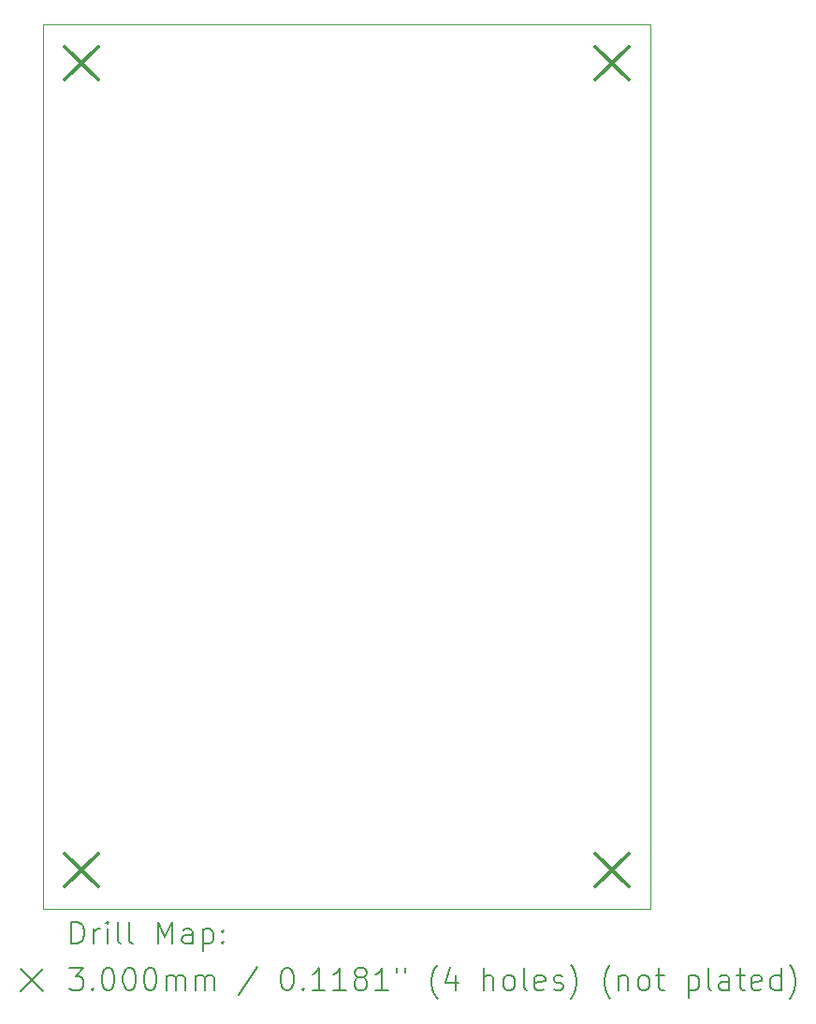
<source format=gbr>
%TF.GenerationSoftware,KiCad,Pcbnew,8.0.5*%
%TF.CreationDate,2025-05-01T20:48:10-04:00*%
%TF.ProjectId,CanSat_Camera_Board,43616e53-6174-45f4-9361-6d6572615f42,rev?*%
%TF.SameCoordinates,Original*%
%TF.FileFunction,Drillmap*%
%TF.FilePolarity,Positive*%
%FSLAX45Y45*%
G04 Gerber Fmt 4.5, Leading zero omitted, Abs format (unit mm)*
G04 Created by KiCad (PCBNEW 8.0.5) date 2025-05-01 20:48:10*
%MOMM*%
%LPD*%
G01*
G04 APERTURE LIST*
%ADD10C,0.050000*%
%ADD11C,0.200000*%
%ADD12C,0.300000*%
G04 APERTURE END LIST*
D10*
X12250000Y-6000000D02*
X17750000Y-6000000D01*
X17750000Y-14000000D01*
X12250000Y-14000000D01*
X12250000Y-6000000D01*
D11*
D12*
X12450000Y-6200000D02*
X12750000Y-6500000D01*
X12750000Y-6200000D02*
X12450000Y-6500000D01*
X12450000Y-13500000D02*
X12750000Y-13800000D01*
X12750000Y-13500000D02*
X12450000Y-13800000D01*
X17250000Y-6200000D02*
X17550000Y-6500000D01*
X17550000Y-6200000D02*
X17250000Y-6500000D01*
X17250000Y-13500000D02*
X17550000Y-13800000D01*
X17550000Y-13500000D02*
X17250000Y-13800000D01*
D11*
X12508277Y-14313984D02*
X12508277Y-14113984D01*
X12508277Y-14113984D02*
X12555896Y-14113984D01*
X12555896Y-14113984D02*
X12584467Y-14123508D01*
X12584467Y-14123508D02*
X12603515Y-14142555D01*
X12603515Y-14142555D02*
X12613039Y-14161603D01*
X12613039Y-14161603D02*
X12622562Y-14199698D01*
X12622562Y-14199698D02*
X12622562Y-14228269D01*
X12622562Y-14228269D02*
X12613039Y-14266365D01*
X12613039Y-14266365D02*
X12603515Y-14285412D01*
X12603515Y-14285412D02*
X12584467Y-14304460D01*
X12584467Y-14304460D02*
X12555896Y-14313984D01*
X12555896Y-14313984D02*
X12508277Y-14313984D01*
X12708277Y-14313984D02*
X12708277Y-14180650D01*
X12708277Y-14218746D02*
X12717801Y-14199698D01*
X12717801Y-14199698D02*
X12727324Y-14190174D01*
X12727324Y-14190174D02*
X12746372Y-14180650D01*
X12746372Y-14180650D02*
X12765420Y-14180650D01*
X12832086Y-14313984D02*
X12832086Y-14180650D01*
X12832086Y-14113984D02*
X12822562Y-14123508D01*
X12822562Y-14123508D02*
X12832086Y-14133031D01*
X12832086Y-14133031D02*
X12841610Y-14123508D01*
X12841610Y-14123508D02*
X12832086Y-14113984D01*
X12832086Y-14113984D02*
X12832086Y-14133031D01*
X12955896Y-14313984D02*
X12936848Y-14304460D01*
X12936848Y-14304460D02*
X12927324Y-14285412D01*
X12927324Y-14285412D02*
X12927324Y-14113984D01*
X13060658Y-14313984D02*
X13041610Y-14304460D01*
X13041610Y-14304460D02*
X13032086Y-14285412D01*
X13032086Y-14285412D02*
X13032086Y-14113984D01*
X13289229Y-14313984D02*
X13289229Y-14113984D01*
X13289229Y-14113984D02*
X13355896Y-14256841D01*
X13355896Y-14256841D02*
X13422562Y-14113984D01*
X13422562Y-14113984D02*
X13422562Y-14313984D01*
X13603515Y-14313984D02*
X13603515Y-14209222D01*
X13603515Y-14209222D02*
X13593991Y-14190174D01*
X13593991Y-14190174D02*
X13574943Y-14180650D01*
X13574943Y-14180650D02*
X13536848Y-14180650D01*
X13536848Y-14180650D02*
X13517801Y-14190174D01*
X13603515Y-14304460D02*
X13584467Y-14313984D01*
X13584467Y-14313984D02*
X13536848Y-14313984D01*
X13536848Y-14313984D02*
X13517801Y-14304460D01*
X13517801Y-14304460D02*
X13508277Y-14285412D01*
X13508277Y-14285412D02*
X13508277Y-14266365D01*
X13508277Y-14266365D02*
X13517801Y-14247317D01*
X13517801Y-14247317D02*
X13536848Y-14237793D01*
X13536848Y-14237793D02*
X13584467Y-14237793D01*
X13584467Y-14237793D02*
X13603515Y-14228269D01*
X13698753Y-14180650D02*
X13698753Y-14380650D01*
X13698753Y-14190174D02*
X13717801Y-14180650D01*
X13717801Y-14180650D02*
X13755896Y-14180650D01*
X13755896Y-14180650D02*
X13774943Y-14190174D01*
X13774943Y-14190174D02*
X13784467Y-14199698D01*
X13784467Y-14199698D02*
X13793991Y-14218746D01*
X13793991Y-14218746D02*
X13793991Y-14275888D01*
X13793991Y-14275888D02*
X13784467Y-14294936D01*
X13784467Y-14294936D02*
X13774943Y-14304460D01*
X13774943Y-14304460D02*
X13755896Y-14313984D01*
X13755896Y-14313984D02*
X13717801Y-14313984D01*
X13717801Y-14313984D02*
X13698753Y-14304460D01*
X13879705Y-14294936D02*
X13889229Y-14304460D01*
X13889229Y-14304460D02*
X13879705Y-14313984D01*
X13879705Y-14313984D02*
X13870182Y-14304460D01*
X13870182Y-14304460D02*
X13879705Y-14294936D01*
X13879705Y-14294936D02*
X13879705Y-14313984D01*
X13879705Y-14190174D02*
X13889229Y-14199698D01*
X13889229Y-14199698D02*
X13879705Y-14209222D01*
X13879705Y-14209222D02*
X13870182Y-14199698D01*
X13870182Y-14199698D02*
X13879705Y-14190174D01*
X13879705Y-14190174D02*
X13879705Y-14209222D01*
X12047500Y-14542500D02*
X12247500Y-14742500D01*
X12247500Y-14542500D02*
X12047500Y-14742500D01*
X12489229Y-14533984D02*
X12613039Y-14533984D01*
X12613039Y-14533984D02*
X12546372Y-14610174D01*
X12546372Y-14610174D02*
X12574943Y-14610174D01*
X12574943Y-14610174D02*
X12593991Y-14619698D01*
X12593991Y-14619698D02*
X12603515Y-14629222D01*
X12603515Y-14629222D02*
X12613039Y-14648269D01*
X12613039Y-14648269D02*
X12613039Y-14695888D01*
X12613039Y-14695888D02*
X12603515Y-14714936D01*
X12603515Y-14714936D02*
X12593991Y-14724460D01*
X12593991Y-14724460D02*
X12574943Y-14733984D01*
X12574943Y-14733984D02*
X12517801Y-14733984D01*
X12517801Y-14733984D02*
X12498753Y-14724460D01*
X12498753Y-14724460D02*
X12489229Y-14714936D01*
X12698753Y-14714936D02*
X12708277Y-14724460D01*
X12708277Y-14724460D02*
X12698753Y-14733984D01*
X12698753Y-14733984D02*
X12689229Y-14724460D01*
X12689229Y-14724460D02*
X12698753Y-14714936D01*
X12698753Y-14714936D02*
X12698753Y-14733984D01*
X12832086Y-14533984D02*
X12851134Y-14533984D01*
X12851134Y-14533984D02*
X12870182Y-14543508D01*
X12870182Y-14543508D02*
X12879705Y-14553031D01*
X12879705Y-14553031D02*
X12889229Y-14572079D01*
X12889229Y-14572079D02*
X12898753Y-14610174D01*
X12898753Y-14610174D02*
X12898753Y-14657793D01*
X12898753Y-14657793D02*
X12889229Y-14695888D01*
X12889229Y-14695888D02*
X12879705Y-14714936D01*
X12879705Y-14714936D02*
X12870182Y-14724460D01*
X12870182Y-14724460D02*
X12851134Y-14733984D01*
X12851134Y-14733984D02*
X12832086Y-14733984D01*
X12832086Y-14733984D02*
X12813039Y-14724460D01*
X12813039Y-14724460D02*
X12803515Y-14714936D01*
X12803515Y-14714936D02*
X12793991Y-14695888D01*
X12793991Y-14695888D02*
X12784467Y-14657793D01*
X12784467Y-14657793D02*
X12784467Y-14610174D01*
X12784467Y-14610174D02*
X12793991Y-14572079D01*
X12793991Y-14572079D02*
X12803515Y-14553031D01*
X12803515Y-14553031D02*
X12813039Y-14543508D01*
X12813039Y-14543508D02*
X12832086Y-14533984D01*
X13022562Y-14533984D02*
X13041610Y-14533984D01*
X13041610Y-14533984D02*
X13060658Y-14543508D01*
X13060658Y-14543508D02*
X13070182Y-14553031D01*
X13070182Y-14553031D02*
X13079705Y-14572079D01*
X13079705Y-14572079D02*
X13089229Y-14610174D01*
X13089229Y-14610174D02*
X13089229Y-14657793D01*
X13089229Y-14657793D02*
X13079705Y-14695888D01*
X13079705Y-14695888D02*
X13070182Y-14714936D01*
X13070182Y-14714936D02*
X13060658Y-14724460D01*
X13060658Y-14724460D02*
X13041610Y-14733984D01*
X13041610Y-14733984D02*
X13022562Y-14733984D01*
X13022562Y-14733984D02*
X13003515Y-14724460D01*
X13003515Y-14724460D02*
X12993991Y-14714936D01*
X12993991Y-14714936D02*
X12984467Y-14695888D01*
X12984467Y-14695888D02*
X12974943Y-14657793D01*
X12974943Y-14657793D02*
X12974943Y-14610174D01*
X12974943Y-14610174D02*
X12984467Y-14572079D01*
X12984467Y-14572079D02*
X12993991Y-14553031D01*
X12993991Y-14553031D02*
X13003515Y-14543508D01*
X13003515Y-14543508D02*
X13022562Y-14533984D01*
X13213039Y-14533984D02*
X13232086Y-14533984D01*
X13232086Y-14533984D02*
X13251134Y-14543508D01*
X13251134Y-14543508D02*
X13260658Y-14553031D01*
X13260658Y-14553031D02*
X13270182Y-14572079D01*
X13270182Y-14572079D02*
X13279705Y-14610174D01*
X13279705Y-14610174D02*
X13279705Y-14657793D01*
X13279705Y-14657793D02*
X13270182Y-14695888D01*
X13270182Y-14695888D02*
X13260658Y-14714936D01*
X13260658Y-14714936D02*
X13251134Y-14724460D01*
X13251134Y-14724460D02*
X13232086Y-14733984D01*
X13232086Y-14733984D02*
X13213039Y-14733984D01*
X13213039Y-14733984D02*
X13193991Y-14724460D01*
X13193991Y-14724460D02*
X13184467Y-14714936D01*
X13184467Y-14714936D02*
X13174943Y-14695888D01*
X13174943Y-14695888D02*
X13165420Y-14657793D01*
X13165420Y-14657793D02*
X13165420Y-14610174D01*
X13165420Y-14610174D02*
X13174943Y-14572079D01*
X13174943Y-14572079D02*
X13184467Y-14553031D01*
X13184467Y-14553031D02*
X13193991Y-14543508D01*
X13193991Y-14543508D02*
X13213039Y-14533984D01*
X13365420Y-14733984D02*
X13365420Y-14600650D01*
X13365420Y-14619698D02*
X13374943Y-14610174D01*
X13374943Y-14610174D02*
X13393991Y-14600650D01*
X13393991Y-14600650D02*
X13422563Y-14600650D01*
X13422563Y-14600650D02*
X13441610Y-14610174D01*
X13441610Y-14610174D02*
X13451134Y-14629222D01*
X13451134Y-14629222D02*
X13451134Y-14733984D01*
X13451134Y-14629222D02*
X13460658Y-14610174D01*
X13460658Y-14610174D02*
X13479705Y-14600650D01*
X13479705Y-14600650D02*
X13508277Y-14600650D01*
X13508277Y-14600650D02*
X13527324Y-14610174D01*
X13527324Y-14610174D02*
X13536848Y-14629222D01*
X13536848Y-14629222D02*
X13536848Y-14733984D01*
X13632086Y-14733984D02*
X13632086Y-14600650D01*
X13632086Y-14619698D02*
X13641610Y-14610174D01*
X13641610Y-14610174D02*
X13660658Y-14600650D01*
X13660658Y-14600650D02*
X13689229Y-14600650D01*
X13689229Y-14600650D02*
X13708277Y-14610174D01*
X13708277Y-14610174D02*
X13717801Y-14629222D01*
X13717801Y-14629222D02*
X13717801Y-14733984D01*
X13717801Y-14629222D02*
X13727324Y-14610174D01*
X13727324Y-14610174D02*
X13746372Y-14600650D01*
X13746372Y-14600650D02*
X13774943Y-14600650D01*
X13774943Y-14600650D02*
X13793991Y-14610174D01*
X13793991Y-14610174D02*
X13803515Y-14629222D01*
X13803515Y-14629222D02*
X13803515Y-14733984D01*
X14193991Y-14524460D02*
X14022563Y-14781603D01*
X14451134Y-14533984D02*
X14470182Y-14533984D01*
X14470182Y-14533984D02*
X14489229Y-14543508D01*
X14489229Y-14543508D02*
X14498753Y-14553031D01*
X14498753Y-14553031D02*
X14508277Y-14572079D01*
X14508277Y-14572079D02*
X14517801Y-14610174D01*
X14517801Y-14610174D02*
X14517801Y-14657793D01*
X14517801Y-14657793D02*
X14508277Y-14695888D01*
X14508277Y-14695888D02*
X14498753Y-14714936D01*
X14498753Y-14714936D02*
X14489229Y-14724460D01*
X14489229Y-14724460D02*
X14470182Y-14733984D01*
X14470182Y-14733984D02*
X14451134Y-14733984D01*
X14451134Y-14733984D02*
X14432086Y-14724460D01*
X14432086Y-14724460D02*
X14422563Y-14714936D01*
X14422563Y-14714936D02*
X14413039Y-14695888D01*
X14413039Y-14695888D02*
X14403515Y-14657793D01*
X14403515Y-14657793D02*
X14403515Y-14610174D01*
X14403515Y-14610174D02*
X14413039Y-14572079D01*
X14413039Y-14572079D02*
X14422563Y-14553031D01*
X14422563Y-14553031D02*
X14432086Y-14543508D01*
X14432086Y-14543508D02*
X14451134Y-14533984D01*
X14603515Y-14714936D02*
X14613039Y-14724460D01*
X14613039Y-14724460D02*
X14603515Y-14733984D01*
X14603515Y-14733984D02*
X14593991Y-14724460D01*
X14593991Y-14724460D02*
X14603515Y-14714936D01*
X14603515Y-14714936D02*
X14603515Y-14733984D01*
X14803515Y-14733984D02*
X14689229Y-14733984D01*
X14746372Y-14733984D02*
X14746372Y-14533984D01*
X14746372Y-14533984D02*
X14727325Y-14562555D01*
X14727325Y-14562555D02*
X14708277Y-14581603D01*
X14708277Y-14581603D02*
X14689229Y-14591127D01*
X14993991Y-14733984D02*
X14879706Y-14733984D01*
X14936848Y-14733984D02*
X14936848Y-14533984D01*
X14936848Y-14533984D02*
X14917801Y-14562555D01*
X14917801Y-14562555D02*
X14898753Y-14581603D01*
X14898753Y-14581603D02*
X14879706Y-14591127D01*
X15108277Y-14619698D02*
X15089229Y-14610174D01*
X15089229Y-14610174D02*
X15079706Y-14600650D01*
X15079706Y-14600650D02*
X15070182Y-14581603D01*
X15070182Y-14581603D02*
X15070182Y-14572079D01*
X15070182Y-14572079D02*
X15079706Y-14553031D01*
X15079706Y-14553031D02*
X15089229Y-14543508D01*
X15089229Y-14543508D02*
X15108277Y-14533984D01*
X15108277Y-14533984D02*
X15146372Y-14533984D01*
X15146372Y-14533984D02*
X15165420Y-14543508D01*
X15165420Y-14543508D02*
X15174944Y-14553031D01*
X15174944Y-14553031D02*
X15184467Y-14572079D01*
X15184467Y-14572079D02*
X15184467Y-14581603D01*
X15184467Y-14581603D02*
X15174944Y-14600650D01*
X15174944Y-14600650D02*
X15165420Y-14610174D01*
X15165420Y-14610174D02*
X15146372Y-14619698D01*
X15146372Y-14619698D02*
X15108277Y-14619698D01*
X15108277Y-14619698D02*
X15089229Y-14629222D01*
X15089229Y-14629222D02*
X15079706Y-14638746D01*
X15079706Y-14638746D02*
X15070182Y-14657793D01*
X15070182Y-14657793D02*
X15070182Y-14695888D01*
X15070182Y-14695888D02*
X15079706Y-14714936D01*
X15079706Y-14714936D02*
X15089229Y-14724460D01*
X15089229Y-14724460D02*
X15108277Y-14733984D01*
X15108277Y-14733984D02*
X15146372Y-14733984D01*
X15146372Y-14733984D02*
X15165420Y-14724460D01*
X15165420Y-14724460D02*
X15174944Y-14714936D01*
X15174944Y-14714936D02*
X15184467Y-14695888D01*
X15184467Y-14695888D02*
X15184467Y-14657793D01*
X15184467Y-14657793D02*
X15174944Y-14638746D01*
X15174944Y-14638746D02*
X15165420Y-14629222D01*
X15165420Y-14629222D02*
X15146372Y-14619698D01*
X15374944Y-14733984D02*
X15260658Y-14733984D01*
X15317801Y-14733984D02*
X15317801Y-14533984D01*
X15317801Y-14533984D02*
X15298753Y-14562555D01*
X15298753Y-14562555D02*
X15279706Y-14581603D01*
X15279706Y-14581603D02*
X15260658Y-14591127D01*
X15451134Y-14533984D02*
X15451134Y-14572079D01*
X15527325Y-14533984D02*
X15527325Y-14572079D01*
X15822563Y-14810174D02*
X15813039Y-14800650D01*
X15813039Y-14800650D02*
X15793991Y-14772079D01*
X15793991Y-14772079D02*
X15784468Y-14753031D01*
X15784468Y-14753031D02*
X15774944Y-14724460D01*
X15774944Y-14724460D02*
X15765420Y-14676841D01*
X15765420Y-14676841D02*
X15765420Y-14638746D01*
X15765420Y-14638746D02*
X15774944Y-14591127D01*
X15774944Y-14591127D02*
X15784468Y-14562555D01*
X15784468Y-14562555D02*
X15793991Y-14543508D01*
X15793991Y-14543508D02*
X15813039Y-14514936D01*
X15813039Y-14514936D02*
X15822563Y-14505412D01*
X15984468Y-14600650D02*
X15984468Y-14733984D01*
X15936848Y-14524460D02*
X15889229Y-14667317D01*
X15889229Y-14667317D02*
X16013039Y-14667317D01*
X16241610Y-14733984D02*
X16241610Y-14533984D01*
X16327325Y-14733984D02*
X16327325Y-14629222D01*
X16327325Y-14629222D02*
X16317801Y-14610174D01*
X16317801Y-14610174D02*
X16298753Y-14600650D01*
X16298753Y-14600650D02*
X16270182Y-14600650D01*
X16270182Y-14600650D02*
X16251134Y-14610174D01*
X16251134Y-14610174D02*
X16241610Y-14619698D01*
X16451134Y-14733984D02*
X16432087Y-14724460D01*
X16432087Y-14724460D02*
X16422563Y-14714936D01*
X16422563Y-14714936D02*
X16413039Y-14695888D01*
X16413039Y-14695888D02*
X16413039Y-14638746D01*
X16413039Y-14638746D02*
X16422563Y-14619698D01*
X16422563Y-14619698D02*
X16432087Y-14610174D01*
X16432087Y-14610174D02*
X16451134Y-14600650D01*
X16451134Y-14600650D02*
X16479706Y-14600650D01*
X16479706Y-14600650D02*
X16498753Y-14610174D01*
X16498753Y-14610174D02*
X16508277Y-14619698D01*
X16508277Y-14619698D02*
X16517801Y-14638746D01*
X16517801Y-14638746D02*
X16517801Y-14695888D01*
X16517801Y-14695888D02*
X16508277Y-14714936D01*
X16508277Y-14714936D02*
X16498753Y-14724460D01*
X16498753Y-14724460D02*
X16479706Y-14733984D01*
X16479706Y-14733984D02*
X16451134Y-14733984D01*
X16632087Y-14733984D02*
X16613039Y-14724460D01*
X16613039Y-14724460D02*
X16603515Y-14705412D01*
X16603515Y-14705412D02*
X16603515Y-14533984D01*
X16784468Y-14724460D02*
X16765420Y-14733984D01*
X16765420Y-14733984D02*
X16727325Y-14733984D01*
X16727325Y-14733984D02*
X16708277Y-14724460D01*
X16708277Y-14724460D02*
X16698753Y-14705412D01*
X16698753Y-14705412D02*
X16698753Y-14629222D01*
X16698753Y-14629222D02*
X16708277Y-14610174D01*
X16708277Y-14610174D02*
X16727325Y-14600650D01*
X16727325Y-14600650D02*
X16765420Y-14600650D01*
X16765420Y-14600650D02*
X16784468Y-14610174D01*
X16784468Y-14610174D02*
X16793992Y-14629222D01*
X16793992Y-14629222D02*
X16793992Y-14648269D01*
X16793992Y-14648269D02*
X16698753Y-14667317D01*
X16870182Y-14724460D02*
X16889230Y-14733984D01*
X16889230Y-14733984D02*
X16927325Y-14733984D01*
X16927325Y-14733984D02*
X16946373Y-14724460D01*
X16946373Y-14724460D02*
X16955896Y-14705412D01*
X16955896Y-14705412D02*
X16955896Y-14695888D01*
X16955896Y-14695888D02*
X16946373Y-14676841D01*
X16946373Y-14676841D02*
X16927325Y-14667317D01*
X16927325Y-14667317D02*
X16898753Y-14667317D01*
X16898753Y-14667317D02*
X16879706Y-14657793D01*
X16879706Y-14657793D02*
X16870182Y-14638746D01*
X16870182Y-14638746D02*
X16870182Y-14629222D01*
X16870182Y-14629222D02*
X16879706Y-14610174D01*
X16879706Y-14610174D02*
X16898753Y-14600650D01*
X16898753Y-14600650D02*
X16927325Y-14600650D01*
X16927325Y-14600650D02*
X16946373Y-14610174D01*
X17022563Y-14810174D02*
X17032087Y-14800650D01*
X17032087Y-14800650D02*
X17051134Y-14772079D01*
X17051134Y-14772079D02*
X17060658Y-14753031D01*
X17060658Y-14753031D02*
X17070182Y-14724460D01*
X17070182Y-14724460D02*
X17079706Y-14676841D01*
X17079706Y-14676841D02*
X17079706Y-14638746D01*
X17079706Y-14638746D02*
X17070182Y-14591127D01*
X17070182Y-14591127D02*
X17060658Y-14562555D01*
X17060658Y-14562555D02*
X17051134Y-14543508D01*
X17051134Y-14543508D02*
X17032087Y-14514936D01*
X17032087Y-14514936D02*
X17022563Y-14505412D01*
X17384468Y-14810174D02*
X17374944Y-14800650D01*
X17374944Y-14800650D02*
X17355896Y-14772079D01*
X17355896Y-14772079D02*
X17346373Y-14753031D01*
X17346373Y-14753031D02*
X17336849Y-14724460D01*
X17336849Y-14724460D02*
X17327325Y-14676841D01*
X17327325Y-14676841D02*
X17327325Y-14638746D01*
X17327325Y-14638746D02*
X17336849Y-14591127D01*
X17336849Y-14591127D02*
X17346373Y-14562555D01*
X17346373Y-14562555D02*
X17355896Y-14543508D01*
X17355896Y-14543508D02*
X17374944Y-14514936D01*
X17374944Y-14514936D02*
X17384468Y-14505412D01*
X17460658Y-14600650D02*
X17460658Y-14733984D01*
X17460658Y-14619698D02*
X17470182Y-14610174D01*
X17470182Y-14610174D02*
X17489230Y-14600650D01*
X17489230Y-14600650D02*
X17517801Y-14600650D01*
X17517801Y-14600650D02*
X17536849Y-14610174D01*
X17536849Y-14610174D02*
X17546373Y-14629222D01*
X17546373Y-14629222D02*
X17546373Y-14733984D01*
X17670182Y-14733984D02*
X17651134Y-14724460D01*
X17651134Y-14724460D02*
X17641611Y-14714936D01*
X17641611Y-14714936D02*
X17632087Y-14695888D01*
X17632087Y-14695888D02*
X17632087Y-14638746D01*
X17632087Y-14638746D02*
X17641611Y-14619698D01*
X17641611Y-14619698D02*
X17651134Y-14610174D01*
X17651134Y-14610174D02*
X17670182Y-14600650D01*
X17670182Y-14600650D02*
X17698754Y-14600650D01*
X17698754Y-14600650D02*
X17717801Y-14610174D01*
X17717801Y-14610174D02*
X17727325Y-14619698D01*
X17727325Y-14619698D02*
X17736849Y-14638746D01*
X17736849Y-14638746D02*
X17736849Y-14695888D01*
X17736849Y-14695888D02*
X17727325Y-14714936D01*
X17727325Y-14714936D02*
X17717801Y-14724460D01*
X17717801Y-14724460D02*
X17698754Y-14733984D01*
X17698754Y-14733984D02*
X17670182Y-14733984D01*
X17793992Y-14600650D02*
X17870182Y-14600650D01*
X17822563Y-14533984D02*
X17822563Y-14705412D01*
X17822563Y-14705412D02*
X17832087Y-14724460D01*
X17832087Y-14724460D02*
X17851134Y-14733984D01*
X17851134Y-14733984D02*
X17870182Y-14733984D01*
X18089230Y-14600650D02*
X18089230Y-14800650D01*
X18089230Y-14610174D02*
X18108277Y-14600650D01*
X18108277Y-14600650D02*
X18146373Y-14600650D01*
X18146373Y-14600650D02*
X18165420Y-14610174D01*
X18165420Y-14610174D02*
X18174944Y-14619698D01*
X18174944Y-14619698D02*
X18184468Y-14638746D01*
X18184468Y-14638746D02*
X18184468Y-14695888D01*
X18184468Y-14695888D02*
X18174944Y-14714936D01*
X18174944Y-14714936D02*
X18165420Y-14724460D01*
X18165420Y-14724460D02*
X18146373Y-14733984D01*
X18146373Y-14733984D02*
X18108277Y-14733984D01*
X18108277Y-14733984D02*
X18089230Y-14724460D01*
X18298754Y-14733984D02*
X18279706Y-14724460D01*
X18279706Y-14724460D02*
X18270182Y-14705412D01*
X18270182Y-14705412D02*
X18270182Y-14533984D01*
X18460658Y-14733984D02*
X18460658Y-14629222D01*
X18460658Y-14629222D02*
X18451135Y-14610174D01*
X18451135Y-14610174D02*
X18432087Y-14600650D01*
X18432087Y-14600650D02*
X18393992Y-14600650D01*
X18393992Y-14600650D02*
X18374944Y-14610174D01*
X18460658Y-14724460D02*
X18441611Y-14733984D01*
X18441611Y-14733984D02*
X18393992Y-14733984D01*
X18393992Y-14733984D02*
X18374944Y-14724460D01*
X18374944Y-14724460D02*
X18365420Y-14705412D01*
X18365420Y-14705412D02*
X18365420Y-14686365D01*
X18365420Y-14686365D02*
X18374944Y-14667317D01*
X18374944Y-14667317D02*
X18393992Y-14657793D01*
X18393992Y-14657793D02*
X18441611Y-14657793D01*
X18441611Y-14657793D02*
X18460658Y-14648269D01*
X18527325Y-14600650D02*
X18603515Y-14600650D01*
X18555896Y-14533984D02*
X18555896Y-14705412D01*
X18555896Y-14705412D02*
X18565420Y-14724460D01*
X18565420Y-14724460D02*
X18584468Y-14733984D01*
X18584468Y-14733984D02*
X18603515Y-14733984D01*
X18746373Y-14724460D02*
X18727325Y-14733984D01*
X18727325Y-14733984D02*
X18689230Y-14733984D01*
X18689230Y-14733984D02*
X18670182Y-14724460D01*
X18670182Y-14724460D02*
X18660658Y-14705412D01*
X18660658Y-14705412D02*
X18660658Y-14629222D01*
X18660658Y-14629222D02*
X18670182Y-14610174D01*
X18670182Y-14610174D02*
X18689230Y-14600650D01*
X18689230Y-14600650D02*
X18727325Y-14600650D01*
X18727325Y-14600650D02*
X18746373Y-14610174D01*
X18746373Y-14610174D02*
X18755896Y-14629222D01*
X18755896Y-14629222D02*
X18755896Y-14648269D01*
X18755896Y-14648269D02*
X18660658Y-14667317D01*
X18927325Y-14733984D02*
X18927325Y-14533984D01*
X18927325Y-14724460D02*
X18908277Y-14733984D01*
X18908277Y-14733984D02*
X18870182Y-14733984D01*
X18870182Y-14733984D02*
X18851135Y-14724460D01*
X18851135Y-14724460D02*
X18841611Y-14714936D01*
X18841611Y-14714936D02*
X18832087Y-14695888D01*
X18832087Y-14695888D02*
X18832087Y-14638746D01*
X18832087Y-14638746D02*
X18841611Y-14619698D01*
X18841611Y-14619698D02*
X18851135Y-14610174D01*
X18851135Y-14610174D02*
X18870182Y-14600650D01*
X18870182Y-14600650D02*
X18908277Y-14600650D01*
X18908277Y-14600650D02*
X18927325Y-14610174D01*
X19003516Y-14810174D02*
X19013039Y-14800650D01*
X19013039Y-14800650D02*
X19032087Y-14772079D01*
X19032087Y-14772079D02*
X19041611Y-14753031D01*
X19041611Y-14753031D02*
X19051135Y-14724460D01*
X19051135Y-14724460D02*
X19060658Y-14676841D01*
X19060658Y-14676841D02*
X19060658Y-14638746D01*
X19060658Y-14638746D02*
X19051135Y-14591127D01*
X19051135Y-14591127D02*
X19041611Y-14562555D01*
X19041611Y-14562555D02*
X19032087Y-14543508D01*
X19032087Y-14543508D02*
X19013039Y-14514936D01*
X19013039Y-14514936D02*
X19003516Y-14505412D01*
M02*

</source>
